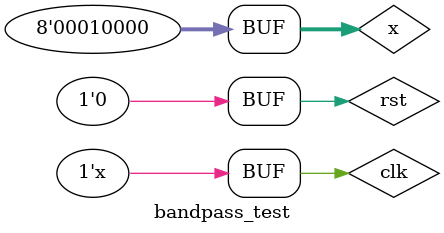
<source format=v>
`timescale 1ns / 1ps


module bandpass_test;

// Inputs
reg clk;
reg rst;
reg [7:0] x;

// Outputs
wire [9:0] dataout;

// Instantiate the Unit Under Test (UUT)
bandpass uut (
.clk(clk),
.rst(rst),
.x(x),
.dataout(dataout)
);

initial begin
// Initialize Inputs
clk = 0;
rst = 0;
x = 0;
#100;

rst = 1;
#100;

rst = 0;
x = 8'd5;
#100;
x = 8'd10;
#100;
x = 8'd12;
#100;
x = 8'd15;
#100;
x = 8'd16;
#100;



end
always begin #50 clk=~clk; 
end
endmodule 
</source>
